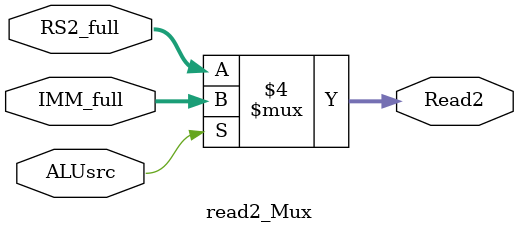
<source format=v>
module read2_Mux(ALUsrc, RS2_full, IMM_full, Read2);

input ALUsrc;
input [31:0] RS2_full;
input [31:0] IMM_full;

output reg [31:0] Read2;
/*
always @(ALUsrc) begin
case(ALUsrc)

1'b0: Read2 <= RS2_full;
1'b1: Read2 <= IMM_full;

endcase
end
*/
always @(ALUsrc) begin

if(ALUsrc == 1) begin
Read2 <= IMM_full;
end else begin
Read2 <= RS2_full;
end

end

endmodule 
</source>
